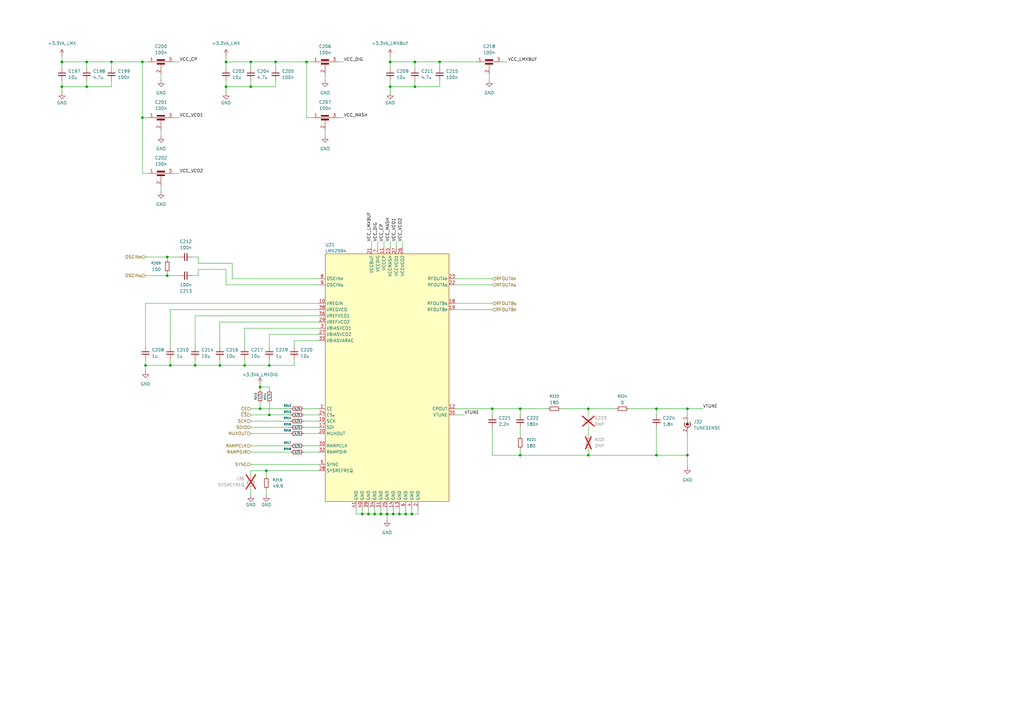
<source format=kicad_sch>
(kicad_sch (version 20250114) (generator "eeschema") (generator_version "9.0")
  (paper "A3")
  (lib_symbols
    (symbol "Connector:Conn_Coaxial_Power" (pin_names (offset 1.016) (hide yes))
      (property "Reference" "J" (at -5.08 -1.27 90))
      (property "Value" "Conn_Coaxial_Power" (at -3.175 -1.27 90))
      (symbol "Conn_Coaxial_Power_0_1"
        (arc (start 1.016 -0.508) (mid 1.2048 -0.8684) (end 1.27 -1.27) (stroke (width 0.254)))
        (polyline (pts (xy 0 0) (xy 0 -1.27)))
        (arc (start 1.27 -1.27) (mid 0 -2.5345) (end -1.27 -1.27) (stroke (width 0.254)))
        (arc (start -1.27 -1.27) (mid -1.2048 -0.8684) (end -1.016 -0.508) (stroke (width 0.254)))
        (circle (center 0 -1.27) (radius 0.508) (stroke (width 0.2032)) (fill (type outline)))
        (polyline (pts (xy 0 -2.54) (xy 0 -3.048)))
      )
      (symbol "Conn_Coaxial_Power_1_1"
        (pin passive line (at 0 2.54 270) (length 2.54) (name "In") (number "1"))
        (pin passive line (at 0 -5.08 90) (length 2.54) (name "Ext") (number "2"))
      )
    )
    (symbol "Connector:Conn_Coaxial_Small" (pin_numbers (hide yes)) (pin_names (offset 1.016) (hide yes))
      (property "Reference" "J" (at 0.254 3.048 0))
      (property "Value" "Conn_Coaxial_Small" (at 0 -3.81 0))
      (symbol "Conn_Coaxial_Small_0_1"
        (polyline (pts (xy -2.54 0) (xy -0.508 0)))
        (circle (center 0 0) (radius 0.508) (stroke (width 0.2032)))
      )
      (symbol "Conn_Coaxial_Small_1_1"
        (arc (start 1.3484 0.0039) (mid 0.327 -1.308) (end -1.1916 -0.6311) (stroke (width 0.3048)))
        (arc (start -1.1916 0.6311) (mid 0.327 1.3081) (end 1.3484 -0.0039) (stroke (width 0.3048)))
        (pin passive line (at -2.54 0 0) (length 1.27) (name "In") (number "1"))
        (pin passive line (at 2.54 0 180) (length 1.27) (name "Ext") (number "2"))
      )
    )
    (symbol "Device:C_Feedthrough" (pin_names (offset 0.254) (hide yes))
      (property "Reference" "C" (at 0 7.62 0))
      (property "Value" "C_Feedthrough" (at 0 5.715 0))
      (symbol "C_Feedthrough_0_1"
        (polyline (pts (xy -2.54 2.54) (xy 2.54 2.54)))
        (rectangle (start -1.651 1.524) (end 1.524 2.032) (fill (type outline)))
        (polyline (pts (xy 0 0) (xy 0 1.778)))
        (rectangle (start 1.524 3.048) (end -1.651 3.556) (fill (type outline)))
      )
      (symbol "C_Feedthrough_1_1"
        (pin passive line (at -5.08 2.54 0) (length 2.54) (name "1") (number "1"))
        (pin passive line (at 0 -2.54 90) (length 2.54) (name "2") (number "2"))
        (pin passive line (at 5.08 2.54 180) (length 2.54) (name "3") (number "3"))
      )
    )
    (symbol "Device:C_Small" (pin_numbers (hide yes)) (pin_names (offset 0.254) (hide yes))
      (property "Reference" "C" (at 0.254 1.778 0))
      (property "Value" "C_Small" (at 0.254 -2.032 0))
      (symbol "C_Small_0_1"
        (polyline (pts (xy -1.524 0.508) (xy 1.524 0.508)) (stroke (width 0.3048)))
        (polyline (pts (xy -1.524 -0.508) (xy 1.524 -0.508)) (stroke (width 0.3302)))
      )
      (symbol "C_Small_1_1"
        (pin passive line (at 0 2.54 270) (length 2.032) (name "~") (number "1"))
        (pin passive line (at 0 -2.54 90) (length 2.032) (name "~") (number "2"))
      )
    )
    (symbol "Device:R_Small" (pin_numbers (hide yes)) (pin_names (offset 0.254) (hide yes))
      (property "Reference" "R" (at 0 0 90))
      (property "Value" "R_Small" (at 1.778 0 90))
      (symbol "R_Small_0_1"
        (rectangle (start -0.762 1.778) (end 0.762 -1.778) (stroke (width 0.2032)))
      )
      (symbol "R_Small_1_1"
        (pin passive line (at 0 2.54 270) (length 0.762) (name "~") (number "1"))
        (pin passive line (at 0 -2.54 90) (length 0.762) (name "~") (number "2"))
      )
    )
    (symbol "huskylib:LMX2594"
      (property "Reference" "U" (at 17.272 -53.086 0))
      (property "Value" "LMX2594" (at 17.272 -51.308 0))
      (symbol "LMX2594_0_0"
        (pin power_in line (at -27.94 30.48 0) (length 2.54) (name "VREGIN") (number "10"))
        (pin power_in line (at -27.94 20.32 0) (length 2.54) (name "VBIASVCO1") (number "3"))
        (pin power_in line (at -27.94 17.78 0) (length 2.54) (name "VBIASVCO2") (number "27"))
        (pin power_in line (at -27.94 15.24 0) (length 2.54) (name "VBIASVARAC") (number "33"))
        (pin input line (at -27.94 -12.7 0) (length 2.54) (name "CE") (number "1"))
        (pin input line (at -27.94 -17.78 0) (length 2.54) (name "SCK") (number "16"))
        (pin input line (at -27.94 -20.32 0) (length 2.54) (name "SDI") (number "17"))
        (pin output line (at -27.94 -22.86 0) (length 2.54) (name "MUXOUT") (number "20"))
        (pin input line (at -27.94 -27.94 0) (length 2.54) (name "RAMPCLK") (number "30"))
        (pin input line (at -27.94 -30.48 0) (length 2.54) (name "RAMPDIR") (number "32"))
        (pin input line (at -27.94 -35.56 0) (length 2.54) (name "SYNC") (number "5"))
        (pin input line (at -27.94 -38.1 0) (length 2.54) (name "SYSREFREQ") (number "28"))
        (pin power_in line (at -12.7 -53.34 90) (length 2.54) (name "GND") (number "41"))
        (pin power_in line (at -10.16 -53.34 90) (length 2.54) (name "GND") (number "40"))
        (pin power_in line (at -7.62 -53.34 90) (length 2.54) (name "GND") (number "39"))
        (pin power_in line (at -6.35 53.34 270) (length 2.54) (name "VCCBUF") (number "21"))
        (pin power_in line (at -5.08 -53.34 90) (length 2.54) (name "GND") (number "34"))
        (pin power_in line (at -3.81 53.34 270) (length 2.54) (name "VCCDIG") (number "7"))
        (pin power_in line (at -2.54 -53.34 90) (length 2.54) (name "GND") (number "31"))
        (pin power_in line (at -1.27 53.34 270) (length 2.54) (name "VCCCP") (number "11"))
        (pin power_in line (at 0 -53.34 90) (length 2.54) (name "GND") (number "25"))
        (pin power_in line (at 1.27 53.34 270) (length 2.54) (name "VCCMASH") (number "15"))
        (pin power_in line (at 2.54 -53.34 90) (length 2.54) (name "GND") (number "14"))
        (pin power_in line (at 3.81 53.34 270) (length 2.54) (name "VCCVCO1") (number "37"))
        (pin power_in line (at 5.08 -53.34 90) (length 2.54) (name "GND") (number "13"))
        (pin power_in line (at 6.35 53.34 270) (length 2.54) (name "VCCVCO2") (number "26"))
        (pin power_in line (at 7.62 -53.34 90) (length 2.54) (name "GND") (number "6"))
        (pin power_in line (at 10.16 -53.34 90) (length 2.54) (name "GND") (number "4"))
        (pin power_in line (at 12.7 -53.34 90) (length 2.54) (name "GND") (number "2"))
        (pin passive line (at 27.94 40.64 180) (length 2.54) (name "RFOUTA_{P}") (number "23"))
        (pin passive line (at 27.94 38.1 180) (length 2.54) (name "RFOUTA_{N}") (number "22"))
        (pin passive line (at 27.94 30.48 180) (length 2.54) (name "RFOUTB_{N}") (number "18"))
        (pin passive line (at 27.94 27.94 180) (length 2.54) (name "RFOUTB_{P}") (number "19"))
        (pin passive line (at 27.94 -12.7 180) (length 2.54) (name "CPOUT") (number "12"))
        (pin passive line (at 27.94 -15.24 180) (length 2.54) (name "VTUNE") (number "35"))
      )
      (symbol "LMX2594_1_0"
        (pin passive line (at -27.94 40.64 0) (length 2.54) (name "OSCIN_{P}") (number "8"))
        (pin passive line (at -27.94 38.1 0) (length 2.54) (name "OSCIN_{N}") (number "9"))
        (pin power_in line (at -27.94 27.94 0) (length 2.54) (name "VREGVCO") (number "38"))
        (pin power_in line (at -27.94 25.4 0) (length 2.54) (name "VREFVCO1") (number "36"))
        (pin power_in line (at -27.94 22.86 0) (length 2.54) (name "VREFVCO2") (number "29"))
        (pin input line (at -27.94 -15.24 0) (length 2.54) (name "CS_{n}") (number "24"))
      )
      (symbol "LMX2594_1_1"
        (rectangle (start -25.4 50.8) (end 25.4 -50.8) (fill (type background)))
      )
    )
    (symbol "power:+3.3V" (power) (pin_numbers (hide yes)) (pin_names (offset 0) (hide yes))
      (property "Value" "+3.3V" (at 0 3.556 0))
      (symbol "+3.3V_0_1"
        (polyline (pts (xy -0.762 1.27) (xy 0 2.54)))
        (polyline (pts (xy 0 2.54) (xy 0.762 1.27)))
        (polyline (pts (xy 0 0) (xy 0 2.54)))
      )
      (symbol "+3.3V_1_1"
        (pin power_in line (at 0 0 90) (length 0) (name "~") (number "1"))
      )
    )
    (symbol "power:GND" (power) (pin_numbers (hide yes)) (pin_names (offset 0) (hide yes))
      (property "Value" "GND" (at 0 -3.81 0))
      (symbol "GND_0_1"
        (polyline (pts (xy 0 0) (xy 0 -1.27) (xy 1.27 -1.27) (xy 0 -2.54) (xy -1.27 -1.27) (xy 0 -1.27)))
      )
      (symbol "GND_1_1"
        (pin power_in line (at 0 0 270) (length 0) (name "~") (number "1"))
      )
    )
  )
  (junction (at 58.42 25.4))
  (junction (at 25.4 35.56))
  (junction (at 45.72 25.4))
  (junction (at 160.02 35.56))
  (junction (at 35.56 35.56))
  (junction (at 166.37 210.82))
  (junction (at 102.87 25.4))
  (junction (at 160.02 25.4))
  (junction (at 148.59 210.82))
  (junction (at 109.22 193.04))
  (junction (at 125.73 25.4))
  (junction (at 106.68 158.75))
  (junction (at 163.83 210.82))
  (junction (at 68.58 105.41))
  (junction (at 269.24 186.69))
  (junction (at 102.87 35.56))
  (junction (at 213.36 186.69))
  (junction (at 213.36 167.64))
  (junction (at 156.21 210.82))
  (junction (at 151.13 210.82))
  (junction (at 80.01 149.86))
  (junction (at 281.94 167.64))
  (junction (at 68.58 113.03))
  (junction (at 180.34 25.4))
  (junction (at 269.24 167.64))
  (junction (at 113.03 25.4))
  (junction (at 59.69 149.86))
  (junction (at 170.18 25.4))
  (junction (at 35.56 25.4))
  (junction (at 170.18 35.56))
  (junction (at 58.42 48.26))
  (junction (at 92.71 35.56))
  (junction (at 158.75 210.82))
  (junction (at 241.3 186.69))
  (junction (at 100.33 149.86))
  (junction (at 281.94 186.69))
  (junction (at 92.71 25.4))
  (junction (at 110.49 149.86))
  (junction (at 90.17 149.86))
  (junction (at 69.85 149.86))
  (junction (at 110.49 170.18))
  (junction (at 25.4 25.4))
  (junction (at 201.93 167.64))
  (junction (at 106.68 167.64))
  (junction (at 153.67 210.82))
  (junction (at 168.91 210.82))
  (junction (at 161.29 210.82))
  (junction (at 241.3 167.64))
  (wire (pts (xy 229.87 167.64) (xy 241.3 167.64)))
  (wire (pts (xy 59.69 105.41) (xy 68.58 105.41)))
  (wire (pts (xy 102.87 193.04) (xy 102.87 195.58)))
  (wire (pts (xy 124.46 172.72) (xy 130.81 172.72)))
  (wire (pts (xy 281.94 186.69) (xy 281.94 191.77)))
  (wire (pts (xy 81.28 105.41) (xy 81.28 107.95)))
  (wire (pts (xy 110.49 158.75) (xy 106.68 158.75)))
  (wire (pts (xy 162.56 99.06) (xy 162.56 101.6)))
  (wire (pts (xy 241.3 186.69) (xy 241.3 184.15)))
  (wire (pts (xy 152.4 99.06) (xy 152.4 101.6)))
  (wire (pts (xy 25.4 35.56) (xy 25.4 33.02)))
  (wire (pts (xy 146.05 210.82) (xy 146.05 208.28)))
  (wire (pts (xy 59.69 124.46) (xy 59.69 142.24)))
  (wire (pts (xy 170.18 33.02) (xy 170.18 35.56)))
  (wire (pts (xy 170.18 25.4) (xy 170.18 27.94)))
  (wire (pts (xy 281.94 177.8) (xy 281.94 186.69)))
  (wire (pts (xy 269.24 167.64) (xy 269.24 170.18)))
  (wire (pts (xy 113.03 25.4) (xy 113.03 27.94)))
  (wire (pts (xy 130.81 124.46) (xy 59.69 124.46)))
  (wire (pts (xy 186.69 114.3) (xy 201.93 114.3)))
  (wire (pts (xy 66.04 76.2) (xy 66.04 78.74)))
  (wire (pts (xy 71.12 25.4) (xy 73.66 25.4)))
  (wire (pts (xy 100.33 147.32) (xy 100.33 149.86)))
  (wire (pts (xy 161.29 210.82) (xy 161.29 208.28)))
  (wire (pts (xy 166.37 210.82) (xy 163.83 210.82)))
  (wire (pts (xy 160.02 35.56) (xy 160.02 38.1)))
  (wire (pts (xy 125.73 25.4) (xy 128.27 25.4)))
  (wire (pts (xy 269.24 167.64) (xy 281.94 167.64)))
  (wire (pts (xy 45.72 35.56) (xy 35.56 35.56)))
  (wire (pts (xy 213.36 175.26) (xy 213.36 179.07)))
  (wire (pts (xy 109.22 193.04) (xy 130.81 193.04)))
  (wire (pts (xy 113.03 25.4) (xy 125.73 25.4)))
  (wire (pts (xy 166.37 210.82) (xy 166.37 208.28)))
  (wire (pts (xy 241.3 186.69) (xy 269.24 186.69)))
  (wire (pts (xy 102.87 193.04) (xy 109.22 193.04)))
  (wire (pts (xy 125.73 48.26) (xy 128.27 48.26)))
  (wire (pts (xy 170.18 25.4) (xy 180.34 25.4)))
  (wire (pts (xy 138.43 48.26) (xy 140.97 48.26)))
  (wire (pts (xy 160.02 99.06) (xy 160.02 101.6)))
  (wire (pts (xy 66.04 53.34) (xy 66.04 55.88)))
  (wire (pts (xy 59.69 147.32) (xy 59.69 149.86)))
  (wire (pts (xy 102.87 172.72) (xy 119.38 172.72)))
  (wire (pts (xy 110.49 170.18) (xy 119.38 170.18)))
  (wire (pts (xy 153.67 210.82) (xy 156.21 210.82)))
  (wire (pts (xy 102.87 182.88) (xy 119.38 182.88)))
  (wire (pts (xy 120.65 139.7) (xy 130.81 139.7)))
  (wire (pts (xy 186.69 124.46) (xy 201.93 124.46)))
  (wire (pts (xy 151.13 208.28) (xy 151.13 210.82)))
  (wire (pts (xy 133.35 30.48) (xy 133.35 33.02)))
  (wire (pts (xy 90.17 147.32) (xy 90.17 149.86)))
  (wire (pts (xy 68.58 113.03) (xy 73.66 113.03)))
  (wire (pts (xy 201.93 167.64) (xy 201.93 170.18)))
  (wire (pts (xy 186.69 116.84) (xy 201.93 116.84)))
  (wire (pts (xy 163.83 210.82) (xy 161.29 210.82)))
  (wire (pts (xy 186.69 127) (xy 201.93 127)))
  (wire (pts (xy 241.3 175.26) (xy 241.3 179.07)))
  (wire (pts (xy 35.56 25.4) (xy 35.56 27.94)))
  (wire (pts (xy 80.01 149.86) (xy 90.17 149.86)))
  (wire (pts (xy 102.87 190.5) (xy 130.81 190.5)))
  (wire (pts (xy 90.17 149.86) (xy 100.33 149.86)))
  (wire (pts (xy 35.56 25.4) (xy 45.72 25.4)))
  (wire (pts (xy 92.71 25.4) (xy 102.87 25.4)))
  (wire (pts (xy 109.22 200.66) (xy 109.22 203.2)))
  (wire (pts (xy 130.81 129.54) (xy 80.01 129.54)))
  (wire (pts (xy 100.33 134.62) (xy 100.33 142.24)))
  (wire (pts (xy 59.69 149.86) (xy 69.85 149.86)))
  (wire (pts (xy 180.34 25.4) (xy 195.58 25.4)))
  (wire (pts (xy 124.46 167.64) (xy 130.81 167.64)))
  (wire (pts (xy 35.56 35.56) (xy 25.4 35.56)))
  (wire (pts (xy 102.87 200.66) (xy 102.87 203.2)))
  (wire (pts (xy 110.49 149.86) (xy 120.65 149.86)))
  (wire (pts (xy 148.59 210.82) (xy 146.05 210.82)))
  (wire (pts (xy 106.68 165.1) (xy 106.68 167.64)))
  (wire (pts (xy 106.68 167.64) (xy 119.38 167.64)))
  (wire (pts (xy 95.25 114.3) (xy 95.25 107.95)))
  (wire (pts (xy 163.83 208.28) (xy 163.83 210.82)))
  (wire (pts (xy 124.46 170.18) (xy 130.81 170.18)))
  (wire (pts (xy 156.21 208.28) (xy 156.21 210.82)))
  (wire (pts (xy 59.69 113.03) (xy 68.58 113.03)))
  (wire (pts (xy 168.91 208.28) (xy 168.91 210.82)))
  (wire (pts (xy 201.93 175.26) (xy 201.93 186.69)))
  (wire (pts (xy 92.71 116.84) (xy 130.81 116.84)))
  (wire (pts (xy 153.67 210.82) (xy 153.67 208.28)))
  (wire (pts (xy 102.87 170.18) (xy 110.49 170.18)))
  (wire (pts (xy 25.4 25.4) (xy 35.56 25.4)))
  (wire (pts (xy 92.71 22.86) (xy 92.71 25.4)))
  (wire (pts (xy 92.71 25.4) (xy 92.71 27.94)))
  (wire (pts (xy 45.72 25.4) (xy 45.72 27.94)))
  (wire (pts (xy 130.81 127) (xy 69.85 127)))
  (wire (pts (xy 120.65 149.86) (xy 120.65 147.32)))
  (wire (pts (xy 213.36 186.69) (xy 213.36 184.15)))
  (wire (pts (xy 25.4 25.4) (xy 25.4 27.94)))
  (wire (pts (xy 58.42 25.4) (xy 60.96 25.4)))
  (wire (pts (xy 201.93 186.69) (xy 213.36 186.69)))
  (wire (pts (xy 110.49 165.1) (xy 110.49 170.18)))
  (wire (pts (xy 81.28 107.95) (xy 95.25 107.95)))
  (wire (pts (xy 92.71 35.56) (xy 92.71 38.1)))
  (wire (pts (xy 148.59 208.28) (xy 148.59 210.82)))
  (wire (pts (xy 161.29 210.82) (xy 158.75 210.82)))
  (wire (pts (xy 92.71 110.49) (xy 92.71 116.84)))
  (wire (pts (xy 154.94 99.06) (xy 154.94 101.6)))
  (wire (pts (xy 213.36 186.69) (xy 241.3 186.69)))
  (wire (pts (xy 151.13 210.82) (xy 153.67 210.82)))
  (wire (pts (xy 106.68 158.75) (xy 106.68 160.02)))
  (wire (pts (xy 200.66 30.48) (xy 200.66 33.02)))
  (wire (pts (xy 180.34 33.02) (xy 180.34 35.56)))
  (wire (pts (xy 69.85 147.32) (xy 69.85 149.86)))
  (wire (pts (xy 110.49 137.16) (xy 130.81 137.16)))
  (wire (pts (xy 171.45 208.28) (xy 171.45 210.82)))
  (wire (pts (xy 124.46 182.88) (xy 130.81 182.88)))
  (wire (pts (xy 148.59 210.82) (xy 151.13 210.82)))
  (wire (pts (xy 281.94 167.64) (xy 288.29 167.64)))
  (wire (pts (xy 69.85 149.86) (xy 80.01 149.86)))
  (wire (pts (xy 109.22 193.04) (xy 109.22 195.58)))
  (wire (pts (xy 168.91 210.82) (xy 166.37 210.82)))
  (wire (pts (xy 110.49 142.24) (xy 110.49 137.16)))
  (wire (pts (xy 213.36 170.18) (xy 213.36 167.64)))
  (wire (pts (xy 35.56 33.02) (xy 35.56 35.56)))
  (wire (pts (xy 113.03 33.02) (xy 113.03 35.56)))
  (wire (pts (xy 58.42 48.26) (xy 58.42 71.12)))
  (wire (pts (xy 160.02 25.4) (xy 160.02 27.94)))
  (wire (pts (xy 186.69 170.18) (xy 190.5 170.18)))
  (wire (pts (xy 269.24 186.69) (xy 281.94 186.69)))
  (wire (pts (xy 213.36 167.64) (xy 224.79 167.64)))
  (wire (pts (xy 158.75 213.36) (xy 158.75 210.82)))
  (wire (pts (xy 130.81 134.62) (xy 100.33 134.62)))
  (wire (pts (xy 186.69 167.64) (xy 201.93 167.64)))
  (wire (pts (xy 124.46 175.26) (xy 130.81 175.26)))
  (wire (pts (xy 68.58 105.41) (xy 73.66 105.41)))
  (wire (pts (xy 100.33 149.86) (xy 110.49 149.86)))
  (wire (pts (xy 205.74 25.4) (xy 208.28 25.4)))
  (wire (pts (xy 281.94 167.64) (xy 281.94 170.18)))
  (wire (pts (xy 170.18 35.56) (xy 160.02 35.56)))
  (wire (pts (xy 180.34 35.56) (xy 170.18 35.56)))
  (wire (pts (xy 102.87 25.4) (xy 102.87 27.94)))
  (wire (pts (xy 269.24 186.69) (xy 269.24 175.26)))
  (wire (pts (xy 78.74 105.41) (xy 81.28 105.41)))
  (wire (pts (xy 133.35 53.34) (xy 133.35 55.88)))
  (wire (pts (xy 110.49 147.32) (xy 110.49 149.86)))
  (wire (pts (xy 90.17 132.08) (xy 90.17 142.24)))
  (wire (pts (xy 160.02 35.56) (xy 160.02 33.02)))
  (wire (pts (xy 45.72 25.4) (xy 58.42 25.4)))
  (wire (pts (xy 138.43 25.4) (xy 140.97 25.4)))
  (wire (pts (xy 68.58 111.76) (xy 68.58 113.03)))
  (wire (pts (xy 165.1 99.06) (xy 165.1 101.6)))
  (wire (pts (xy 106.68 158.75) (xy 106.68 157.48)))
  (wire (pts (xy 71.12 48.26) (xy 73.66 48.26)))
  (wire (pts (xy 113.03 35.56) (xy 102.87 35.56)))
  (wire (pts (xy 160.02 22.86) (xy 160.02 25.4)))
  (wire (pts (xy 80.01 147.32) (xy 80.01 149.86)))
  (wire (pts (xy 156.21 210.82) (xy 158.75 210.82)))
  (wire (pts (xy 102.87 175.26) (xy 119.38 175.26)))
  (wire (pts (xy 102.87 33.02) (xy 102.87 35.56)))
  (wire (pts (xy 130.81 132.08) (xy 90.17 132.08)))
  (wire (pts (xy 102.87 35.56) (xy 92.71 35.56)))
  (wire (pts (xy 102.87 185.42) (xy 119.38 185.42)))
  (wire (pts (xy 58.42 71.12) (xy 60.96 71.12)))
  (wire (pts (xy 120.65 142.24) (xy 120.65 139.7)))
  (wire (pts (xy 171.45 210.82) (xy 168.91 210.82)))
  (wire (pts (xy 157.48 99.06) (xy 157.48 101.6)))
  (wire (pts (xy 45.72 33.02) (xy 45.72 35.56)))
  (wire (pts (xy 71.12 71.12) (xy 73.66 71.12)))
  (wire (pts (xy 95.25 114.3) (xy 130.81 114.3)))
  (wire (pts (xy 160.02 25.4) (xy 170.18 25.4)))
  (wire (pts (xy 66.04 30.48) (xy 66.04 33.02)))
  (wire (pts (xy 102.87 167.64) (xy 106.68 167.64)))
  (wire (pts (xy 257.81 167.64) (xy 269.24 167.64)))
  (wire (pts (xy 81.28 110.49) (xy 81.28 113.03)))
  (wire (pts (xy 69.85 127) (xy 69.85 142.24)))
  (wire (pts (xy 59.69 152.4) (xy 59.69 149.86)))
  (wire (pts (xy 124.46 185.42) (xy 130.81 185.42)))
  (wire (pts (xy 241.3 167.64) (xy 241.3 170.18)))
  (wire (pts (xy 58.42 48.26) (xy 60.96 48.26)))
  (wire (pts (xy 25.4 35.56) (xy 25.4 38.1)))
  (wire (pts (xy 25.4 22.86) (xy 25.4 25.4)))
  (wire (pts (xy 92.71 35.56) (xy 92.71 33.02)))
  (wire (pts (xy 81.28 113.03) (xy 78.74 113.03)))
  (wire (pts (xy 58.42 25.4) (xy 58.42 48.26)))
  (wire (pts (xy 110.49 160.02) (xy 110.49 158.75)))
  (wire (pts (xy 102.87 25.4) (xy 113.03 25.4)))
  (wire (pts (xy 92.71 110.49) (xy 81.28 110.49)))
  (wire (pts (xy 213.36 167.64) (xy 201.93 167.64)))
  (wire (pts (xy 180.34 25.4) (xy 180.34 27.94)))
  (wire (pts (xy 68.58 105.41) (xy 68.58 106.68)))
  (wire (pts (xy 125.73 25.4) (xy 125.73 48.26)))
  (wire (pts (xy 102.87 177.8) (xy 119.38 177.8)))
  (wire (pts (xy 241.3 167.64) (xy 252.73 167.64)))
  (wire (pts (xy 124.46 177.8) (xy 130.81 177.8)))
  (wire (pts (xy 158.75 208.28) (xy 158.75 210.82)))
  (wire (pts (xy 80.01 129.54) (xy 80.01 142.24)))
  (label "VCC_LMXBUF" (at 152.4 99.06 90))
  (label "VCC_MASH" (at 160.02 99.06 90))
  (label "VCC_LMXBUF" (at 208.28 25.4 0))
  (label "VCC_VCO2" (at 165.1 99.06 90))
  (label "VCC_MASH" (at 140.97 48.26 0))
  (label "VCC_DIG" (at 140.97 25.4 0))
  (label "VTUNE" (at 288.29 167.64 0))
  (label "VCC_VCO1" (at 73.66 48.26 0))
  (label "VCC_CP" (at 157.48 99.06 90))
  (label "VTUNE" (at 190.5 170.18 0))
  (label "VCC_CP" (at 73.66 25.4 0))
  (label "VCC_VCO1" (at 162.56 99.06 90))
  (label "VCC_VCO2" (at 73.66 71.12 0))
  (label "VCC_DIG" (at 154.94 99.06 90))
  (hierarchical_label "MUXOUT" (shape input) (at 102.87 177.8 180))
  (hierarchical_label "CE" (shape input) (at 102.87 167.64 180))
  (hierarchical_label "RAMPCLK" (shape input) (at 102.87 182.88 180))
  (hierarchical_label "RFOUTA_{P}" (shape input) (at 201.93 114.3 0))
  (hierarchical_label "SDIO" (shape input) (at 102.87 175.26 180))
  (hierarchical_label "RFOUTB_{P}" (shape input) (at 201.93 127 0))
  (hierarchical_label "RFOUTB_{N}" (shape input) (at 201.93 124.46 0))
  (hierarchical_label "RAMPDIR" (shape input) (at 102.87 185.42 180))
  (hierarchical_label "SYNC" (shape input) (at 102.87 190.5 180))
  (hierarchical_label "RFOUTA_{N}" (shape input) (at 201.93 116.84 0))
  (hierarchical_label "OSCIN_{P}" (shape input) (at 59.69 105.41 180))
  (hierarchical_label "~{CS}" (shape input) (at 102.87 170.18 180))
  (hierarchical_label "SCK" (shape input) (at 102.87 172.72 180))
  (hierarchical_label "OSCIN_{N}" (shape input) (at 59.69 113.03 180))
  (symbol (lib_id "Connector:Conn_Coaxial_Power") (at 281.94 172.72 0) (unit 1)
    (property "Reference" "J32" (at 284.48 172.9739 0) (effects (justify left)))
    (property "Value" "TUNESENSE" (at 284.48 175.5139 0) (effects (justify left)))
    (property "Footprint" "Connector_Coaxial:SMA_Amphenol_132134-10_Vertical" (effects (hide yes)))
    (property "Description" "coaxial connector (BNC, SMA, SMB, SMC, Cinch/RCA, LEMO, ...)" (effects (hide yes)))
    (property "DIGIKEY_PN" "ARF2755-ND" (effects (hide yes)))
  )
  (symbol (lib_id "Device:C_Small") (at 170.18 30.48 0) (unit 1)
    (property "Reference" "C211" (at 172.72 29.2162 0) (effects (justify left)))
    (property "Value" "4.7u" (at 172.72 31.7562 0) (effects (justify left)))
    (property "Footprint" "Capacitor_SMD:C_1206_3216Metric" (effects (hide yes)))
    (property "Description" "Unpolarized capacitor, small symbol" (effects (hide yes)))
    (property "DIGIKEY_PN" "490-GRM31CZ72A475ME11LCT-ND" (effects (hide yes)))
  )
  (symbol (lib_id "power:+3.3V") (at 25.4 22.86 0) (unit 1)
    (property "Reference" "#PWR0144" (effects (hide yes)))
    (property "Value" "+3.3VA_LMX" (at 25.4 17.78 0))
    (property "Description" "Power symbol creates a global label with name \"+3.3V\"" (effects (hide yes)))
  )
  (symbol (lib_id "power:+3.3V") (at 106.68 157.48 0) (unit 1)
    (property "Reference" "#PWR0237" (effects (hide yes)))
    (property "Value" "+3.3VA_LMXDIG" (at 106.68 153.67 0))
    (property "Description" "Power symbol creates a global label with name \"+3.3V\"" (effects (hide yes)))
  )
  (symbol (lib_id "Device:C_Feedthrough") (at 200.66 27.94 0) (unit 1)
    (property "Reference" "C218" (at 200.66 19.05 0))
    (property "Value" "100n" (at 200.66 21.59 0))
    (property "Description" "Feedthrough capacitor" (effects (hide yes)))
    (property "DIGIKEY_PN" "490-6969-1-ND" (effects (hide yes)))
  )
  (symbol (lib_id "Device:R_Small") (at 121.92 177.8 90) (unit 1)
    (property "Reference" "R216" (at 117.856 176.53 90) (effects (font (size 0.762 0.762))))
    (property "Value" "4.7k" (at 121.92 177.8 90) (effects (font (size 0.762 0.762))))
    (property "Footprint" "Resistor_SMD:R_0402_1005Metric" (effects (hide yes)))
    (property "Description" "Resistor, small symbol" (effects (hide yes)))
    (property "DIGIKEY_PN" "311-4.7KJRCT-ND" (effects (hide yes)))
  )
  (symbol (lib_id "huskylib:LMX2594") (at 158.75 154.94 0) (unit 1)
    (property "Reference" "U21" (at 133.35 101.092 0) (effects (justify left bottom)))
    (property "Value" "LMX2594" (at 133.35 103.632 0) (effects (justify left bottom)))
    (property "Footprint" "Package_DFN_QFN:VQFN-40-1EP_5x5mm_P0.4mm_EP3.3x3.3mm" (effects (hide yes)))
    (property "Datasheet" "https://www.ti.com/lit/ds/symlink/lmx2594.pdf" (effects (hide yes)))
    (property "Description" "Wideband PLLATINUM™ RF Synthesizer With Phase Synchronization and JESD204B Support" (effects (hide yes)))
  )
  (symbol (lib_id "Device:C_Small") (at 241.3 172.72 0) (unit 1) (dnp yes)
    (property "Reference" "C223" (at 243.84 171.4562 0) (effects (justify left)))
    (property "Value" "DNP" (at 243.84 173.9962 0) (effects (justify left)))
    (property "Description" "Unpolarized capacitor, small symbol" (effects (hide yes)))
  )
  (symbol (lib_id "power:GND") (at 66.04 33.02 0) (unit 1)
    (property "Reference" "#PWR0226" (effects (hide yes)))
    (property "Value" "GND" (at 66.04 38.1 0))
    (property "Description" "Power symbol creates a global label with name \"GND\" , ground" (effects (hide yes)))
  )
  (symbol (lib_id "Device:C_Small") (at 69.85 144.78 0) (unit 1)
    (property "Reference" "C210" (at 72.39 143.5162 0) (effects (justify left)))
    (property "Value" "1u" (at 72.39 146.0562 0) (effects (justify left)))
    (property "Description" "Unpolarized capacitor, small symbol" (effects (hide yes)))
  )
  (symbol (lib_id "power:GND") (at 92.71 38.1 0) (unit 1)
    (property "Reference" "#PWR0230" (effects (hide yes)))
    (property "Value" "GND" (at 92.71 42.164 0))
    (property "Description" "Power symbol creates a global label with name \"GND\" , ground" (effects (hide yes)))
  )
  (symbol (lib_id "Device:R_Small") (at 121.92 182.88 90) (unit 1)
    (property "Reference" "R217" (at 117.856 181.61 90) (effects (font (size 0.762 0.762))))
    (property "Value" "4.7k" (at 121.92 182.88 90) (effects (font (size 0.762 0.762))))
    (property "Footprint" "Resistor_SMD:R_0402_1005Metric" (effects (hide yes)))
    (property "Description" "Resistor, small symbol" (effects (hide yes)))
    (property "DIGIKEY_PN" "311-4.7KJRCT-ND" (effects (hide yes)))
  )
  (symbol (lib_id "Device:R_Small") (at 110.49 162.56 180) (unit 1)
    (property "Reference" "R211" (at 108.712 162.56 90) (effects (font (size 0.762 0.762))))
    (property "Value" "4.7k" (at 110.49 162.56 90) (effects (font (size 0.762 0.762))))
    (property "Footprint" "Resistor_SMD:R_0402_1005Metric" (effects (hide yes)))
    (property "Description" "Resistor, small symbol" (effects (hide yes)))
    (property "DIGIKEY_PN" "311-4.7KJRCT-ND" (effects (hide yes)))
  )
  (symbol (lib_id "Device:R_Small") (at 121.92 175.26 90) (unit 1)
    (property "Reference" "R215" (at 117.856 173.99 90) (effects (font (size 0.762 0.762))))
    (property "Value" "4.7k" (at 121.92 175.26 90) (effects (font (size 0.762 0.762))))
    (property "Footprint" "Resistor_SMD:R_0402_1005Metric" (effects (hide yes)))
    (property "Description" "Resistor, small symbol" (effects (hide yes)))
    (property "DIGIKEY_PN" "311-4.7KJRCT-ND" (effects (hide yes)))
  )
  (symbol (lib_id "Device:R_Small") (at 121.92 185.42 90) (unit 1)
    (property "Reference" "R218" (at 117.856 184.15 90) (effects (font (size 0.762 0.762))))
    (property "Value" "4.7k" (at 121.92 185.42 90) (effects (font (size 0.762 0.762))))
    (property "Footprint" "Resistor_SMD:R_0402_1005Metric" (effects (hide yes)))
    (property "Description" "Resistor, small symbol" (effects (hide yes)))
    (property "DIGIKEY_PN" "311-4.7KJRCT-ND" (effects (hide yes)))
  )
  (symbol (lib_id "Device:C_Small") (at 80.01 144.78 0) (unit 1)
    (property "Reference" "C214" (at 82.55 143.5162 0) (effects (justify left)))
    (property "Value" "10u" (at 82.55 146.0562 0) (effects (justify left)))
    (property "Description" "Unpolarized capacitor, small symbol" (effects (hide yes)))
  )
  (symbol (lib_id "power:GND") (at 200.66 33.02 0) (unit 1)
    (property "Reference" "#PWR0236" (effects (hide yes)))
    (property "Value" "GND" (at 200.66 38.1 0))
    (property "Description" "Power symbol creates a global label with name \"GND\" , ground" (effects (hide yes)))
  )
  (symbol (lib_id "Device:C_Feedthrough") (at 66.04 27.94 0) (unit 1)
    (property "Reference" "C200" (at 66.04 19.05 0))
    (property "Value" "100n" (at 66.04 21.59 0))
    (property "Description" "Feedthrough capacitor" (effects (hide yes)))
    (property "DIGIKEY_PN" "490-6969-1-ND" (effects (hide yes)))
  )
  (symbol (lib_id "Device:C_Small") (at 76.2 105.41 90) (unit 1)
    (property "Reference" "C212" (at 76.2063 99.06 90))
    (property "Value" "100n" (at 76.2063 101.6 90))
    (property "Footprint" "Capacitor_SMD:C_0402_1005Metric" (effects (hide yes)))
    (property "Description" "Unpolarized capacitor, small symbol" (effects (hide yes)))
    (property "DIGIKEY_PN" "490-14603-1-ND" (effects (hide yes)))
  )
  (symbol (lib_id "power:GND") (at 160.02 38.1 0) (unit 1)
    (property "Reference" "#PWR0235" (effects (hide yes)))
    (property "Value" "GND" (at 160.02 42.164 0))
    (property "Description" "Power symbol creates a global label with name \"GND\" , ground" (effects (hide yes)))
  )
  (symbol (lib_id "Device:C_Small") (at 76.2 113.03 270) (unit 1)
    (property "Reference" "C213" (at 76.1937 119.38 90))
    (property "Value" "100n" (at 76.1937 116.84 90))
    (property "Footprint" "Capacitor_SMD:C_0402_1005Metric" (effects (hide yes)))
    (property "Description" "Unpolarized capacitor, small symbol" (effects (hide yes)))
    (property "DIGIKEY_PN" "490-14603-1-ND" (effects (hide yes)))
  )
  (symbol (lib_id "power:GND") (at 133.35 33.02 0) (unit 1)
    (property "Reference" "#PWR0231" (effects (hide yes)))
    (property "Value" "GND" (at 133.35 38.1 0))
    (property "Description" "Power symbol creates a global label with name \"GND\" , ground" (effects (hide yes)))
  )
  (symbol (lib_id "power:GND") (at 102.87 203.2 0) (mirror y) (unit 1)
    (property "Reference" "#PWR0257" (effects (hide yes)))
    (property "Value" "GND" (at 102.87 207.01 0))
    (property "Description" "Power symbol creates a global label with name \"GND\" , ground" (effects (hide yes)))
  )
  (symbol (lib_id "power:GND") (at 66.04 78.74 0) (unit 1)
    (property "Reference" "#PWR0228" (effects (hide yes)))
    (property "Value" "GND" (at 66.04 83.82 0))
    (property "Description" "Power symbol creates a global label with name \"GND\" , ground" (effects (hide yes)))
  )
  (symbol (lib_id "power:GND") (at 109.22 203.2 0) (mirror y) (unit 1)
    (property "Reference" "#PWR0256" (effects (hide yes)))
    (property "Value" "GND" (at 109.22 207.01 0))
    (property "Description" "Power symbol creates a global label with name \"GND\" , ground" (effects (hide yes)))
  )
  (symbol (lib_id "Device:C_Small") (at 59.69 144.78 0) (unit 1)
    (property "Reference" "C208" (at 62.23 143.5162 0) (effects (justify left)))
    (property "Value" "1u" (at 62.23 146.0562 0) (effects (justify left)))
    (property "Description" "Unpolarized capacitor, small symbol" (effects (hide yes)))
  )
  (symbol (lib_id "power:+3.3V") (at 92.71 22.86 0) (unit 1)
    (property "Reference" "#PWR0141" (effects (hide yes)))
    (property "Value" "+3.3VA_LMX" (at 92.71 17.78 0))
    (property "Description" "Power symbol creates a global label with name \"+3.3V\"" (effects (hide yes)))
  )
  (symbol (lib_id "power:+3.3V") (at 160.02 22.86 0) (unit 1)
    (property "Reference" "#PWR0234" (effects (hide yes)))
    (property "Value" "+3.3VA_LMXBUF" (at 160.02 17.78 0))
    (property "Description" "Power symbol creates a global label with name \"+3.3V\"" (effects (hide yes)))
  )
  (symbol (lib_id "Device:C_Small") (at 25.4 30.48 0) (unit 1)
    (property "Reference" "C197" (at 27.94 29.2162 0) (effects (justify left)))
    (property "Value" "10u" (at 27.94 31.7562 0) (effects (justify left)))
    (property "Footprint" "Capacitor_SMD:C_0603_1608Metric" (effects (hide yes)))
    (property "Description" "Unpolarized capacitor, small symbol" (effects (hide yes)))
    (property "DIGIKEY_PN" "490-10727-1-ND" (effects (hide yes)))
  )
  (symbol (lib_id "Device:R_Small") (at 121.92 167.64 90) (unit 1)
    (property "Reference" "R212" (at 117.856 166.37 90) (effects (font (size 0.762 0.762))))
    (property "Value" "4.7k" (at 121.92 167.64 90) (effects (font (size 0.762 0.762))))
    (property "Footprint" "Resistor_SMD:R_0402_1005Metric" (effects (hide yes)))
    (property "Description" "Resistor, small symbol" (effects (hide yes)))
    (property "DIGIKEY_PN" "311-4.7KJRCT-ND" (effects (hide yes)))
  )
  (symbol (lib_id "Device:C_Small") (at 90.17 144.78 0) (unit 1)
    (property "Reference" "C216" (at 92.71 143.5162 0) (effects (justify left)))
    (property "Value" "10u" (at 92.71 146.0562 0) (effects (justify left)))
    (property "Description" "Unpolarized capacitor, small symbol" (effects (hide yes)))
  )
  (symbol (lib_id "power:GND") (at 66.04 55.88 0) (unit 1)
    (property "Reference" "#PWR0227" (effects (hide yes)))
    (property "Value" "GND" (at 66.04 60.96 0))
    (property "Description" "Power symbol creates a global label with name \"GND\" , ground" (effects (hide yes)))
  )
  (symbol (lib_id "Device:R_Small") (at 121.92 170.18 90) (unit 1)
    (property "Reference" "R213" (at 117.856 168.91 90) (effects (font (size 0.762 0.762))))
    (property "Value" "4.7k" (at 121.92 170.18 90) (effects (font (size 0.762 0.762))))
    (property "Footprint" "Resistor_SMD:R_0402_1005Metric" (effects (hide yes)))
    (property "Description" "Resistor, small symbol" (effects (hide yes)))
    (property "DIGIKEY_PN" "311-4.7KJRCT-ND" (effects (hide yes)))
  )
  (symbol (lib_id "Device:C_Small") (at 92.71 30.48 0) (unit 1)
    (property "Reference" "C203" (at 95.25 29.2162 0) (effects (justify left)))
    (property "Value" "10u" (at 95.25 31.7562 0) (effects (justify left)))
    (property "Footprint" "Capacitor_SMD:C_0603_1608Metric" (effects (hide yes)))
    (property "Description" "Unpolarized capacitor, small symbol" (effects (hide yes)))
    (property "DIGIKEY_PN" "490-10727-1-ND" (effects (hide yes)))
  )
  (symbol (lib_id "Device:C_Feedthrough") (at 66.04 73.66 0) (unit 1)
    (property "Reference" "C202" (at 66.04 64.77 0))
    (property "Value" "100n" (at 66.04 67.31 0))
    (property "Description" "Feedthrough capacitor" (effects (hide yes)))
    (property "DIGIKEY_PN" "490-6969-1-ND" (effects (hide yes)))
  )
  (symbol (lib_id "Device:C_Small") (at 110.49 144.78 0) (unit 1)
    (property "Reference" "C219" (at 113.03 143.5162 0) (effects (justify left)))
    (property "Value" "1u" (at 113.03 146.0562 0) (effects (justify left)))
    (property "Description" "Unpolarized capacitor, small symbol" (effects (hide yes)))
  )
  (symbol (lib_id "power:GND") (at 281.94 191.77 0) (unit 1)
    (property "Reference" "#PWR0239" (effects (hide yes)))
    (property "Value" "GND" (at 281.94 196.85 0))
    (property "Description" "Power symbol creates a global label with name \"GND\" , ground" (effects (hide yes)))
  )
  (symbol (lib_id "Connector:Conn_Coaxial_Small") (at 102.87 198.12 90) (mirror x) (unit 1) (dnp yes)
    (property "Reference" "J36" (at 100.33 196.3303 90) (effects (justify left)))
    (property "Value" "SYSREFREQ" (at 100.33 198.8703 90) (effects (justify left)))
    (property "Description" "small coaxial connector (BNC, SMA, SMB, SMC, Cinch/RCA, LEMO, ...)" (effects (hide yes)))
  )
  (symbol (lib_id "Device:C_Small") (at 213.36 172.72 0) (unit 1)
    (property "Reference" "C222" (at 215.9 171.4562 0) (effects (justify left)))
    (property "Value" "180n" (at 215.9 173.9962 0) (effects (justify left)))
    (property "Description" "Unpolarized capacitor, small symbol" (effects (hide yes)))
  )
  (symbol (lib_id "Device:C_Small") (at 100.33 144.78 0) (unit 1)
    (property "Reference" "C217" (at 102.87 143.5162 0) (effects (justify left)))
    (property "Value" "10u" (at 102.87 146.0562 0) (effects (justify left)))
    (property "Description" "Unpolarized capacitor, small symbol" (effects (hide yes)))
  )
  (symbol (lib_id "Device:C_Small") (at 180.34 30.48 0) (mirror y) (unit 1)
    (property "Reference" "C215" (at 182.88 29.2162 0) (effects (justify right)))
    (property "Value" "100n" (at 182.88 31.7562 0) (effects (justify right)))
    (property "Description" "Unpolarized capacitor, small symbol" (effects (hide yes)))
  )
  (symbol (lib_id "Device:C_Small") (at 269.24 172.72 0) (unit 1)
    (property "Reference" "C224" (at 271.78 171.4562 0) (effects (justify left)))
    (property "Value" "1.8n" (at 271.78 173.9962 0) (effects (justify left)))
    (property "Description" "Unpolarized capacitor, small symbol" (effects (hide yes)))
  )
  (symbol (lib_id "Device:R_Small") (at 121.92 172.72 90) (unit 1)
    (property "Reference" "R214" (at 117.856 171.45 90) (effects (font (size 0.762 0.762))))
    (property "Value" "4.7k" (at 121.92 172.72 90) (effects (font (size 0.762 0.762))))
    (property "Footprint" "Resistor_SMD:R_0402_1005Metric" (effects (hide yes)))
    (property "Description" "Resistor, small symbol" (effects (hide yes)))
    (property "DIGIKEY_PN" "311-4.7KJRCT-ND" (effects (hide yes)))
  )
  (symbol (lib_id "Device:R_Small") (at 106.68 162.56 180) (unit 1)
    (property "Reference" "R210" (at 104.902 162.56 90) (effects (font (size 0.762 0.762))))
    (property "Value" "4.7k" (at 106.68 162.56 90) (effects (font (size 0.762 0.762))))
    (property "Footprint" "Resistor_SMD:R_0402_1005Metric" (effects (hide yes)))
    (property "Description" "Resistor, small symbol" (effects (hide yes)))
    (property "DIGIKEY_PN" "311-4.7KJRCT-ND" (effects (hide yes)))
  )
  (symbol (lib_id "Device:C_Small") (at 201.93 172.72 0) (unit 1)
    (property "Reference" "C221" (at 204.47 171.4562 0) (effects (justify left)))
    (property "Value" "2.2n" (at 204.47 173.9962 0) (effects (justify left)))
    (property "Description" "Unpolarized capacitor, small symbol" (effects (hide yes)))
  )
  (symbol (lib_id "Device:C_Small") (at 102.87 30.48 0) (unit 1)
    (property "Reference" "C204" (at 105.41 29.2162 0) (effects (justify left)))
    (property "Value" "4.7u" (at 105.41 31.7562 0) (effects (justify left)))
    (property "Footprint" "Capacitor_SMD:C_1206_3216Metric" (effects (hide yes)))
    (property "Description" "Unpolarized capacitor, small symbol" (effects (hide yes)))
    (property "DIGIKEY_PN" "490-GRM31CZ72A475ME11LCT-ND" (effects (hide yes)))
  )
  (symbol (lib_id "Device:R_Small") (at 213.36 181.61 0) (unit 1)
    (property "Reference" "R221" (at 215.9 180.3399 0) (effects (font (size 1.016 1.016)) (justify left)))
    (property "Value" "180" (at 215.9 182.8799 0) (effects (justify left)))
    (property "Description" "Resistor, small symbol" (effects (hide yes)))
  )
  (symbol (lib_id "Device:C_Small") (at 45.72 30.48 0) (mirror y) (unit 1)
    (property "Reference" "C199" (at 48.26 29.2162 0) (effects (justify right)))
    (property "Value" "100n" (at 48.26 31.7562 0) (effects (justify right)))
    (property "Description" "Unpolarized capacitor, small symbol" (effects (hide yes)))
  )
  (symbol (lib_id "Device:R_Small") (at 227.33 167.64 90) (unit 1)
    (property "Reference" "R222" (at 227.33 162.56 90) (effects (font (size 1.016 1.016))))
    (property "Value" "180" (at 227.33 165.1 90))
    (property "Description" "Resistor, small symbol" (effects (hide yes)))
  )
  (symbol (lib_id "Device:C_Small") (at 120.65 144.78 0) (unit 1)
    (property "Reference" "C220" (at 123.19 143.5162 0) (effects (justify left)))
    (property "Value" "10u" (at 123.19 146.0562 0) (effects (justify left)))
    (property "Description" "Unpolarized capacitor, small symbol" (effects (hide yes)))
  )
  (symbol (lib_id "Device:R_Small") (at 255.27 167.64 90) (unit 1)
    (property "Reference" "R224" (at 255.27 162.56 90) (effects (font (size 1.016 1.016))))
    (property "Value" "0" (at 255.27 165.1 90))
    (property "Description" "Resistor, small symbol" (effects (hide yes)))
  )
  (symbol (lib_id "Device:C_Feedthrough") (at 133.35 27.94 0) (unit 1)
    (property "Reference" "C206" (at 133.35 19.05 0))
    (property "Value" "100n" (at 133.35 21.59 0))
    (property "Description" "Feedthrough capacitor" (effects (hide yes)))
    (property "DIGIKEY_PN" "490-6969-1-ND" (effects (hide yes)))
  )
  (symbol (lib_id "Device:C_Feedthrough") (at 66.04 50.8 0) (unit 1)
    (property "Reference" "C201" (at 66.04 41.91 0))
    (property "Value" "100n" (at 66.04 44.45 0))
    (property "Description" "Feedthrough capacitor" (effects (hide yes)))
    (property "DIGIKEY_PN" "490-6969-1-ND" (effects (hide yes)))
  )
  (symbol (lib_id "power:GND") (at 158.75 213.36 0) (unit 1)
    (property "Reference" "#PWR0238" (effects (hide yes)))
    (property "Value" "GND" (at 158.75 218.44 0))
    (property "Description" "Power symbol creates a global label with name \"GND\" , ground" (effects (hide yes)))
  )
  (symbol (lib_id "Device:C_Small") (at 113.03 30.48 0) (mirror y) (unit 1)
    (property "Reference" "C205" (at 115.57 29.2162 0) (effects (justify right)))
    (property "Value" "100n" (at 115.57 31.7562 0) (effects (justify right)))
    (property "Description" "Unpolarized capacitor, small symbol" (effects (hide yes)))
  )
  (symbol (lib_id "power:GND") (at 133.35 55.88 0) (unit 1)
    (property "Reference" "#PWR0232" (effects (hide yes)))
    (property "Value" "GND" (at 133.35 60.96 0))
    (property "Description" "Power symbol creates a global label with name \"GND\" , ground" (effects (hide yes)))
  )
  (symbol (lib_id "Device:C_Small") (at 160.02 30.48 0) (unit 1)
    (property "Reference" "C209" (at 162.56 29.2162 0) (effects (justify left)))
    (property "Value" "10u" (at 162.56 31.7562 0) (effects (justify left)))
    (property "Footprint" "Capacitor_SMD:C_0603_1608Metric" (effects (hide yes)))
    (property "Description" "Unpolarized capacitor, small symbol" (effects (hide yes)))
    (property "DIGIKEY_PN" "490-10727-1-ND" (effects (hide yes)))
  )
  (symbol (lib_id "Device:R_Small") (at 109.22 198.12 0) (mirror y) (unit 1)
    (property "Reference" "R219" (at 111.76 196.8499 0) (effects (font (size 1.016 1.016)) (justify right)))
    (property "Value" "49.9" (at 111.76 199.3899 0) (effects (justify right)))
    (property "Description" "Resistor, small symbol" (effects (hide yes)))
  )
  (symbol (lib_id "Device:R_Small") (at 241.3 181.61 0) (unit 1) (dnp yes)
    (property "Reference" "R223" (at 243.84 180.3399 0) (effects (font (size 1.016 1.016)) (justify left)))
    (property "Value" "DNP" (at 243.84 182.8799 0) (effects (justify left)))
    (property "Description" "Resistor, small symbol" (effects (hide yes)))
  )
  (symbol (lib_id "Device:R_Small") (at 68.58 109.22 0) (unit 1)
    (property "Reference" "R209" (at 66.04 107.9499 0) (effects (font (size 1.016 1.016)) (justify right)))
    (property "Value" "100" (at 66.04 110.4899 0) (effects (justify right)))
    (property "Description" "Resistor, small symbol" (effects (hide yes)))
  )
  (symbol (lib_id "power:GND") (at 25.4 38.1 0) (unit 1)
    (property "Reference" "#PWR0225" (effects (hide yes)))
    (property "Value" "GND" (at 25.4 42.164 0))
    (property "Description" "Power symbol creates a global label with name \"GND\" , ground" (effects (hide yes)))
  )
  (symbol (lib_id "Device:C_Feedthrough") (at 133.35 50.8 0) (unit 1)
    (property "Reference" "C207" (at 133.35 41.91 0))
    (property "Value" "100n" (at 133.35 44.45 0))
    (property "Description" "Feedthrough capacitor" (effects (hide yes)))
    (property "DIGIKEY_PN" "490-6969-1-ND" (effects (hide yes)))
  )
  (symbol (lib_id "power:GND") (at 59.69 152.4 0) (unit 1)
    (property "Reference" "#PWR0233" (effects (hide yes)))
    (property "Value" "GND" (at 59.69 157.48 0))
    (property "Description" "Power symbol creates a global label with name \"GND\" , ground" (effects (hide yes)))
  )
  (symbol (lib_id "Device:C_Small") (at 35.56 30.48 0) (unit 1)
    (property "Reference" "C198" (at 38.1 29.2162 0) (effects (justify left)))
    (property "Value" "4.7u" (at 38.1 31.7562 0) (effects (justify left)))
    (property "Footprint" "Capacitor_SMD:C_1206_3216Metric" (effects (hide yes)))
    (property "Description" "Unpolarized capacitor, small symbol" (effects (hide yes)))
    (property "DIGIKEY_PN" "490-GRM31CZ72A475ME11LCT-ND" (effects (hide yes)))
  )
)
</source>
